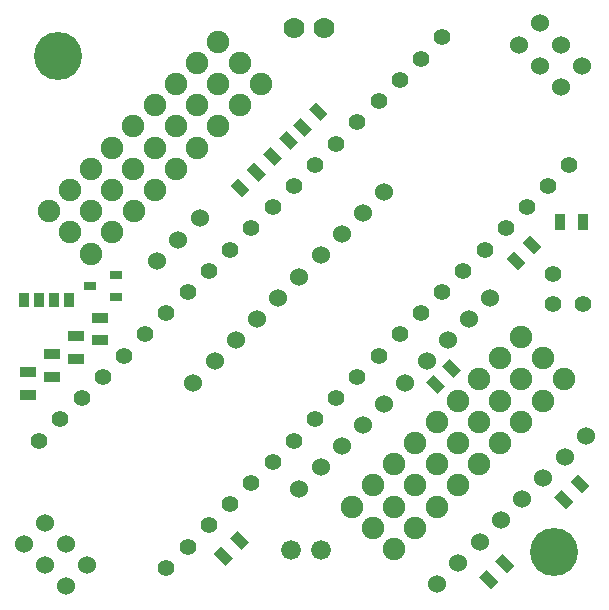
<source format=gts>
G04 (created by PCBNEW (2014-01-10 BZR 4027)-stable) date Thursday, April 17, 2014 'amt' 11:38:12 am*
%MOIN*%
G04 Gerber Fmt 3.4, Leading zero omitted, Abs format*
%FSLAX34Y34*%
G01*
G70*
G90*
G04 APERTURE LIST*
%ADD10C,0.00590551*%
%ADD11C,0.055*%
%ADD12C,0.066*%
%ADD13C,0.07*%
%ADD14C,0.06*%
%ADD15R,0.035X0.055*%
%ADD16R,0.055X0.035*%
%ADD17C,0.16*%
%ADD18R,0.0394X0.0315*%
%ADD19R,0.035X0.045*%
%ADD20C,0.075*%
G04 APERTURE END LIST*
G54D10*
G54D11*
X32866Y-15738D03*
X31866Y-15738D03*
X31866Y-14738D03*
G54D12*
X24116Y-23918D03*
X23116Y-23918D03*
G54D11*
X28163Y-6850D03*
X27456Y-7557D03*
X26748Y-8264D03*
X26041Y-8971D03*
X25334Y-9678D03*
X24627Y-10385D03*
X23920Y-11092D03*
X23213Y-11799D03*
X22506Y-12506D03*
X21799Y-13214D03*
X21092Y-13921D03*
X20384Y-14628D03*
X19677Y-15335D03*
X18970Y-16042D03*
X18263Y-16749D03*
X17556Y-17456D03*
X16849Y-18163D03*
X16142Y-18870D03*
X15435Y-19578D03*
X14728Y-20285D03*
X18970Y-24527D03*
X19677Y-23820D03*
X20384Y-23113D03*
X21092Y-22406D03*
X21799Y-21699D03*
X22506Y-20992D03*
X23213Y-20285D03*
X23920Y-19578D03*
X24627Y-18870D03*
X25334Y-18163D03*
X26041Y-17456D03*
X26748Y-16749D03*
X27456Y-16042D03*
X28163Y-15335D03*
X28870Y-14628D03*
X29577Y-13921D03*
X30284Y-13214D03*
X30991Y-12506D03*
X31698Y-11799D03*
X32405Y-11092D03*
G54D13*
X24216Y-6538D03*
X23216Y-6538D03*
G54D14*
X18659Y-14296D03*
X19366Y-13588D03*
X20074Y-12881D03*
G54D10*
G36*
X28022Y-18722D02*
X27633Y-18333D01*
X27881Y-18085D01*
X28269Y-18474D01*
X28022Y-18722D01*
X28022Y-18722D01*
G37*
G36*
X28552Y-18192D02*
X28163Y-17803D01*
X28411Y-17555D01*
X28800Y-17944D01*
X28552Y-18192D01*
X28552Y-18192D01*
G37*
G36*
X21331Y-23285D02*
X21720Y-23674D01*
X21472Y-23922D01*
X21083Y-23533D01*
X21331Y-23285D01*
X21331Y-23285D01*
G37*
G36*
X20801Y-23815D02*
X21189Y-24204D01*
X20942Y-24452D01*
X20553Y-24063D01*
X20801Y-23815D01*
X20801Y-23815D01*
G37*
G54D14*
X27998Y-25067D03*
X28705Y-24360D03*
X29412Y-23653D03*
X30119Y-22946D03*
X30826Y-22238D03*
X31534Y-21531D03*
X32241Y-20824D03*
X32948Y-20117D03*
G54D15*
X32091Y-12988D03*
X32841Y-12988D03*
G54D10*
G36*
X30702Y-14612D02*
X30313Y-14223D01*
X30561Y-13975D01*
X30949Y-14364D01*
X30702Y-14612D01*
X30702Y-14612D01*
G37*
G36*
X31232Y-14082D02*
X30843Y-13693D01*
X31091Y-13445D01*
X31480Y-13834D01*
X31232Y-14082D01*
X31232Y-14082D01*
G37*
G36*
X32681Y-21405D02*
X33070Y-21794D01*
X32822Y-22042D01*
X32433Y-21653D01*
X32681Y-21405D01*
X32681Y-21405D01*
G37*
G36*
X32151Y-21935D02*
X32539Y-22324D01*
X32292Y-22572D01*
X31903Y-22183D01*
X32151Y-21935D01*
X32151Y-21935D01*
G37*
G36*
X29792Y-25232D02*
X29403Y-24843D01*
X29651Y-24595D01*
X30039Y-24984D01*
X29792Y-25232D01*
X29792Y-25232D01*
G37*
G36*
X30322Y-24702D02*
X29933Y-24313D01*
X30181Y-24065D01*
X30570Y-24454D01*
X30322Y-24702D01*
X30322Y-24702D01*
G37*
G36*
X23954Y-8996D02*
X24343Y-9385D01*
X24095Y-9633D01*
X23706Y-9244D01*
X23954Y-8996D01*
X23954Y-8996D01*
G37*
G36*
X23424Y-9526D02*
X23813Y-9915D01*
X23565Y-10163D01*
X23176Y-9774D01*
X23424Y-9526D01*
X23424Y-9526D01*
G37*
G36*
X22585Y-11123D02*
X22196Y-10734D01*
X22444Y-10486D01*
X22833Y-10875D01*
X22585Y-11123D01*
X22585Y-11123D01*
G37*
G36*
X23115Y-10593D02*
X22726Y-10204D01*
X22974Y-9956D01*
X23363Y-10345D01*
X23115Y-10593D01*
X23115Y-10593D01*
G37*
G36*
X21894Y-11016D02*
X22283Y-11405D01*
X22035Y-11653D01*
X21646Y-11264D01*
X21894Y-11016D01*
X21894Y-11016D01*
G37*
G36*
X21364Y-11546D02*
X21753Y-11935D01*
X21505Y-12183D01*
X21116Y-11794D01*
X21364Y-11546D01*
X21364Y-11546D01*
G37*
G54D16*
X16760Y-16935D03*
X16760Y-16185D03*
X14366Y-18763D03*
X14366Y-18013D03*
X15166Y-18163D03*
X15166Y-17413D03*
X15966Y-17563D03*
X15966Y-16813D03*
G54D17*
X31889Y-24015D03*
G54D18*
X16437Y-15140D03*
X17303Y-14765D03*
X17303Y-15515D03*
G54D17*
X15354Y-7480D03*
G54D14*
X30706Y-7085D03*
X31413Y-6378D03*
X31413Y-7792D03*
X32120Y-7085D03*
X32120Y-8499D03*
X32827Y-7792D03*
X16327Y-24442D03*
X15620Y-25149D03*
X15620Y-23735D03*
X14913Y-24442D03*
X14913Y-23028D03*
X14206Y-23735D03*
G54D19*
X15716Y-15588D03*
X15216Y-15588D03*
X14716Y-15588D03*
X14216Y-15588D03*
G54D14*
X19867Y-18353D03*
X20574Y-17646D03*
X21281Y-16938D03*
X21988Y-16231D03*
X22695Y-15524D03*
X23402Y-14817D03*
X24109Y-14110D03*
X24816Y-13403D03*
X25524Y-12696D03*
X26231Y-11989D03*
X29766Y-15524D03*
X29059Y-16231D03*
X28352Y-16938D03*
X27645Y-17646D03*
X26938Y-18353D03*
X26231Y-19060D03*
X25524Y-19767D03*
X24816Y-20474D03*
X24109Y-21181D03*
X23402Y-21888D03*
G54D20*
X18579Y-11936D03*
X19286Y-11229D03*
X19994Y-10522D03*
X17872Y-11229D03*
X18579Y-10522D03*
X19286Y-9815D03*
X17165Y-10522D03*
X17872Y-9815D03*
X18579Y-9108D03*
X20699Y-9816D03*
X21406Y-9109D03*
X22114Y-8402D03*
X19992Y-9109D03*
X20699Y-8402D03*
X21406Y-7695D03*
X19285Y-8402D03*
X19992Y-7695D03*
X20699Y-6988D03*
X16459Y-14056D03*
X17166Y-13349D03*
X17874Y-12642D03*
X15752Y-13349D03*
X16459Y-12642D03*
X17166Y-11935D03*
X15045Y-12642D03*
X15752Y-11935D03*
X16459Y-11228D03*
X30804Y-16831D03*
X30096Y-17538D03*
X29389Y-18245D03*
X31511Y-17538D03*
X30804Y-18245D03*
X30096Y-18952D03*
X32218Y-18245D03*
X31511Y-18952D03*
X30804Y-19659D03*
X28684Y-18951D03*
X27976Y-19658D03*
X27269Y-20365D03*
X29391Y-19658D03*
X28684Y-20365D03*
X27976Y-21072D03*
X30098Y-20365D03*
X29391Y-21072D03*
X28684Y-21779D03*
X26564Y-21071D03*
X25856Y-21778D03*
X25149Y-22485D03*
X27271Y-21778D03*
X26564Y-22485D03*
X25856Y-23192D03*
X27978Y-22485D03*
X27271Y-23192D03*
X26564Y-23899D03*
M02*

</source>
